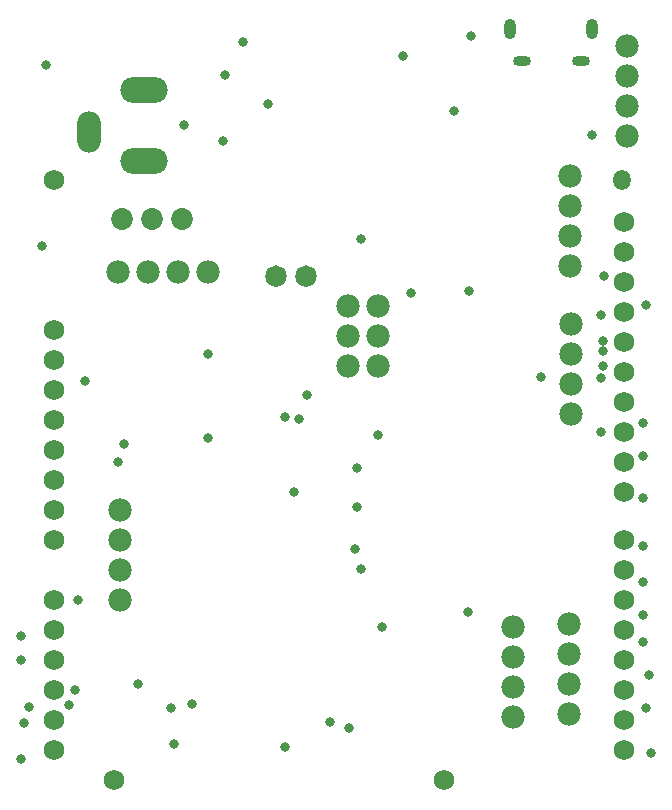
<source format=gbs>
G04*
G04 #@! TF.GenerationSoftware,Altium Limited,Altium Designer,24.2.2 (26)*
G04*
G04 Layer_Color=16711935*
%FSLAX44Y44*%
%MOMM*%
G71*
G04*
G04 #@! TF.SameCoordinates,124A1895-3AD2-4E28-9B74-7A6451F43074*
G04*
G04*
G04 #@! TF.FilePolarity,Negative*
G04*
G01*
G75*
%ADD36C,0.0000*%
%ADD49C,1.9812*%
%ADD50O,2.0032X3.5032*%
%ADD51O,4.0032X2.2032*%
%ADD52C,1.8232*%
%ADD53C,1.7272*%
%ADD54O,0.9782X1.7532*%
%ADD55O,1.5032X0.8532*%
%ADD56C,1.8532*%
%ADD57O,1.4732X1.7272*%
%ADD58C,0.8382*%
D36*
X221971Y452120D02*
G03*
X221971Y452120I-8611J0D01*
G01*
X247371D02*
G03*
X247371Y452120I-8611J0D01*
G01*
D49*
X510286Y621538D02*
D03*
Y646938D02*
D03*
Y570738D02*
D03*
Y596138D02*
D03*
X299720Y375920D02*
D03*
X274320D02*
D03*
X299720Y401320D02*
D03*
X274320D02*
D03*
X299720Y426720D02*
D03*
X274320D02*
D03*
X104902Y455930D02*
D03*
X79502D02*
D03*
X155702D02*
D03*
X130302D02*
D03*
X463550Y386334D02*
D03*
Y411734D02*
D03*
Y335534D02*
D03*
Y360934D02*
D03*
X81280Y228600D02*
D03*
Y254000D02*
D03*
Y177800D02*
D03*
Y203200D02*
D03*
X461772Y106680D02*
D03*
Y81280D02*
D03*
Y157480D02*
D03*
Y132080D02*
D03*
X413766Y104902D02*
D03*
Y79502D02*
D03*
Y155702D02*
D03*
Y130302D02*
D03*
X462026Y511810D02*
D03*
Y537210D02*
D03*
Y461010D02*
D03*
Y486410D02*
D03*
D50*
X55100Y574600D02*
D03*
D51*
X101600Y609600D02*
D03*
Y549600D02*
D03*
D52*
X213360Y452120D02*
D03*
X238760D02*
D03*
D53*
X508000Y269240D02*
D03*
Y294640D02*
D03*
Y320040D02*
D03*
Y345440D02*
D03*
Y370840D02*
D03*
Y396240D02*
D03*
Y421640D02*
D03*
Y447040D02*
D03*
Y472440D02*
D03*
Y497840D02*
D03*
X25400Y533400D02*
D03*
X355600Y25400D02*
D03*
X76200D02*
D03*
X508000Y228600D02*
D03*
Y203200D02*
D03*
Y177800D02*
D03*
Y152400D02*
D03*
Y127000D02*
D03*
Y101600D02*
D03*
Y76200D02*
D03*
Y50800D02*
D03*
X25400Y228600D02*
D03*
Y254000D02*
D03*
Y279400D02*
D03*
Y304800D02*
D03*
Y330200D02*
D03*
Y355600D02*
D03*
Y381000D02*
D03*
Y406400D02*
D03*
Y50800D02*
D03*
Y76200D02*
D03*
Y101600D02*
D03*
Y127000D02*
D03*
Y152400D02*
D03*
Y177800D02*
D03*
D54*
X411324Y661492D02*
D03*
X481324D02*
D03*
D55*
X421324Y634492D02*
D03*
X471324D02*
D03*
D56*
X83058Y500634D02*
D03*
X108458D02*
D03*
X133858D02*
D03*
D57*
X506730Y533400D02*
D03*
D58*
X220980Y53340D02*
D03*
X127000Y55880D02*
D03*
X490220Y388874D02*
D03*
X489910Y397759D02*
D03*
X489950Y375920D02*
D03*
X438150Y367030D02*
D03*
X526915Y86495D02*
D03*
X488950Y365760D02*
D03*
Y419100D02*
D03*
X491490Y452120D02*
D03*
X524510Y327660D02*
D03*
Y299720D02*
D03*
Y264160D02*
D03*
Y223520D02*
D03*
Y193040D02*
D03*
Y165100D02*
D03*
Y142240D02*
D03*
X529590Y114300D02*
D03*
X530860Y48260D02*
D03*
X-2540Y43180D02*
D03*
X0Y73660D02*
D03*
X43180Y101600D02*
D03*
X-2540Y127000D02*
D03*
X45720Y177800D02*
D03*
X-2540Y147320D02*
D03*
X281940Y289560D02*
D03*
X299749Y317500D02*
D03*
X488950Y320040D02*
D03*
X220980Y332740D02*
D03*
X232596Y331397D02*
D03*
X15240Y477520D02*
D03*
X135890Y580390D02*
D03*
X168910Y566420D02*
D03*
X85090Y309880D02*
D03*
X275590Y69850D02*
D03*
X259080Y74930D02*
D03*
X527050Y427990D02*
D03*
X281940Y256540D02*
D03*
X240030Y351790D02*
D03*
X327660Y438150D02*
D03*
X142240Y90170D02*
D03*
X124460Y86360D02*
D03*
X96212Y107242D02*
D03*
X377190Y439420D02*
D03*
X38100Y88900D02*
D03*
X4445Y87630D02*
D03*
X207010Y598170D02*
D03*
X321310Y638810D02*
D03*
X80010Y294640D02*
D03*
X303530Y154940D02*
D03*
X156210Y386080D02*
D03*
X52070Y363220D02*
D03*
X375920Y167640D02*
D03*
X280670Y220980D02*
D03*
X285750Y204470D02*
D03*
X228600Y269240D02*
D03*
X156210Y314960D02*
D03*
X285750Y483870D02*
D03*
X481330Y571500D02*
D03*
X378460Y655320D02*
D03*
X364490Y591820D02*
D03*
X185420Y650240D02*
D03*
X170180Y622300D02*
D03*
X19050Y631190D02*
D03*
M02*

</source>
